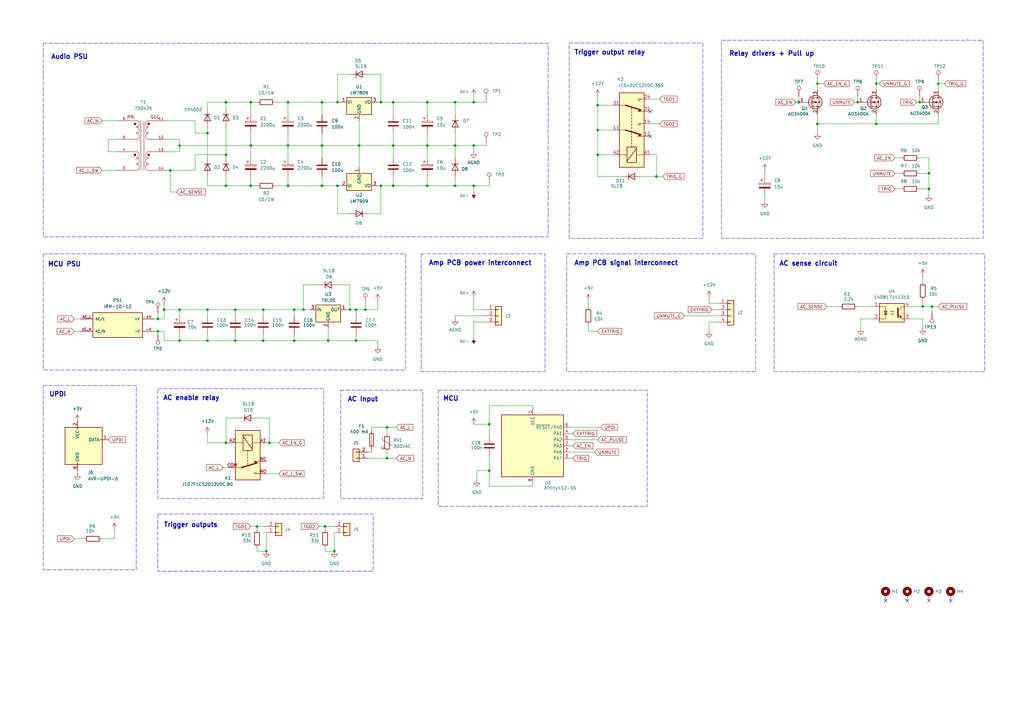
<source format=kicad_sch>
(kicad_sch (version 20231120) (generator "eeschema") (generator_version "8.0")
  (paper "A3")
  (title_block (title "PSU PCB") (date "2024-08-22") (rev "1"))
  (junction (at 143.51 127))
  (junction (at 105.41 215.9))
  (junction (at 67.31 127))
  (junction (at 138.43 76.2))
  (junction (at 132.08 41.91))
  (junction (at 102.87 76.2))
  (junction (at 269.24 72.39))
  (junction (at 175.26 41.91))
  (junction (at 382.27 125.73))
  (junction (at 138.43 41.91))
  (junction (at 73.66 59.69))
  (junction (at 359.41 34.29))
  (junction (at 107.95 139.7))
  (junction (at 92.71 181.61))
  (junction (at 96.52 127))
  (junction (at 85.09 54.61))
  (junction (at 124.46 127))
  (junction (at 107.95 127))
  (junction (at 194.31 76.2))
  (junction (at 158.75 187.96))
  (junction (at 92.71 76.2))
  (junction (at 64.77 130.81))
  (junction (at 92.71 41.91))
  (junction (at 64.77 135.89))
  (junction (at 359.41 50.8))
  (junction (at 92.71 63.5))
  (junction (at 194.31 41.91))
  (junction (at 384.81 34.29))
  (junction (at 161.29 76.2))
  (junction (at 335.28 50.8))
  (junction (at 132.08 76.2))
  (junction (at 118.11 76.2))
  (junction (at 146.05 127))
  (junction (at 175.26 76.2))
  (junction (at 109.22 226.06))
  (junction (at 73.66 139.7))
  (junction (at 186.69 76.2))
  (junction (at 335.28 34.29))
  (junction (at 120.65 139.7))
  (junction (at 194.31 59.69))
  (junction (at 147.32 59.69))
  (junction (at 118.11 41.91))
  (junction (at 186.69 41.91))
  (junction (at 85.09 139.7))
  (junction (at 110.49 181.61))
  (junction (at 102.87 41.91))
  (junction (at 245.11 63.5))
  (junction (at 73.66 127))
  (junction (at 161.29 59.69))
  (junction (at 351.79 41.91))
  (junction (at 69.85 69.85))
  (junction (at 381 71.12))
  (junction (at 102.87 59.69))
  (junction (at 161.29 41.91))
  (junction (at 133.35 215.9))
  (junction (at 134.62 139.7))
  (junction (at 120.65 127))
  (junction (at 200.66 193.04))
  (junction (at 158.75 175.26))
  (junction (at 156.21 76.2))
  (junction (at 381 77.47))
  (junction (at 137.16 226.06))
  (junction (at 132.08 59.69))
  (junction (at 96.52 139.7))
  (junction (at 245.11 53.34))
  (junction (at 118.11 59.69))
  (junction (at 146.05 139.7))
  (junction (at 186.69 59.69))
  (junction (at 175.26 59.69))
  (junction (at 200.66 173.99))
  (junction (at 378.46 125.73))
  (junction (at 327.66 41.91))
  (junction (at 245.11 43.18))
  (junction (at 156.21 41.91))
  (junction (at 149.86 127))
  (junction (at 85.09 127))
  (junction (at 377.19 41.91))
  (no_connect (at 266.7 55.88))
  (no_connect (at 372.11 246.38))
  (no_connect (at 266.7 45.72))
  (no_connect (at 389.89 246.38))
  (no_connect (at 363.22 246.38))
  (no_connect (at 381 246.38))
  (wire (pts (xy 118.11 59.69) (xy 118.11 64.77)))
  (wire (pts (xy 85.09 139.7) (xy 96.52 139.7)))
  (wire (pts (xy 68.58 49.53) (xy 80.01 49.53)))
  (wire (pts (xy 175.26 59.69) (xy 186.69 59.69)))
  (wire (pts (xy 102.87 41.91) (xy 102.87 46.99)))
  (wire (pts (xy 378.46 125.73) (xy 382.27 125.73)))
  (wire (pts (xy 382.27 125.73) (xy 384.81 125.73)))
  (wire (pts (xy 118.11 41.91) (xy 132.08 41.91)))
  (wire (pts (xy 30.48 135.89) (xy 33.02 135.89)))
  (wire (pts (xy 199.39 58.42) (xy 199.39 59.69)))
  (wire (pts (xy 73.66 59.69) (xy 102.87 59.69)))
  (wire (pts (xy 92.71 181.61) (xy 92.71 171.45)))
  (wire (pts (xy 194.31 59.69) (xy 194.31 62.23)))
  (wire (pts (xy 44.45 62.23) (xy 48.26 62.23)))
  (wire (pts (xy 107.95 127) (xy 107.95 129.54)))
  (wire (pts (xy 109.22 181.61) (xy 110.49 181.61)))
  (wire (pts (xy 80.01 69.85) (xy 80.01 63.5)))
  (wire (pts (xy 269.24 72.39) (xy 271.78 72.39)))
  (polyline (pts (xy 396.748 16.002) (xy 397.002 16.002)))
  (wire (pts (xy 118.11 54.61) (xy 118.11 59.69)))
  (wire (pts (xy 241.3 135.89) (xy 245.11 135.89)))
  (wire (pts (xy 120.65 139.7) (xy 120.65 137.16)))
  (wire (pts (xy 68.58 69.85) (xy 69.85 69.85)))
  (wire (pts (xy 200.66 76.2) (xy 194.31 76.2)))
  (wire (pts (xy 200.66 173.99) (xy 200.66 166.37)))
  (wire (pts (xy 102.87 76.2) (xy 105.41 76.2)))
  (wire (pts (xy 146.05 139.7) (xy 146.05 137.16)))
  (wire (pts (xy 48.26 57.15) (xy 44.45 57.15)))
  (wire (pts (xy 85.09 54.61) (xy 85.09 52.07)))
  (wire (pts (xy 44.45 57.15) (xy 44.45 62.23)))
  (wire (pts (xy 68.58 57.15) (xy 73.66 57.15)))
  (wire (pts (xy 134.62 139.7) (xy 120.65 139.7)))
  (wire (pts (xy 72.39 78.74) (xy 69.85 78.74)))
  (wire (pts (xy 109.22 226.06) (xy 105.41 226.06)))
  (wire (pts (xy 351.79 39.37) (xy 351.79 41.91)))
  (wire (pts (xy 158.75 185.42) (xy 158.75 187.96)))
  (wire (pts (xy 195.58 193.04) (xy 200.66 193.04)))
  (wire (pts (xy 132.08 41.91) (xy 132.08 46.99)))
  (wire (pts (xy 64.77 130.81) (xy 67.31 130.81)))
  (wire (pts (xy 80.01 49.53) (xy 80.01 54.61)))
  (wire (pts (xy 194.31 41.91) (xy 194.31 39.37)))
  (wire (pts (xy 335.28 50.8) (xy 359.41 50.8)))
  (wire (pts (xy 143.51 87.63) (xy 138.43 87.63)))
  (wire (pts (xy 85.09 137.16) (xy 85.09 139.7)))
  (wire (pts (xy 381 71.12) (xy 381 77.47)))
  (wire (pts (xy 175.26 41.91) (xy 175.26 46.99)))
  (wire (pts (xy 133.35 215.9) (xy 133.35 217.17)))
  (wire (pts (xy 132.08 59.69) (xy 132.08 64.77)))
  (wire (pts (xy 92.71 41.91) (xy 92.71 44.45)))
  (wire (pts (xy 245.11 39.37) (xy 245.11 43.18)))
  (wire (pts (xy 110.49 181.61) (xy 114.3 181.61)))
  (wire (pts (xy 92.71 76.2) (xy 102.87 76.2)))
  (wire (pts (xy 92.71 52.07) (xy 92.71 63.5)))
  (wire (pts (xy 96.52 139.7) (xy 107.95 139.7)))
  (wire (pts (xy 63.5 135.89) (xy 64.77 135.89)))
  (wire (pts (xy 194.31 173.99) (xy 200.66 173.99)))
  (wire (pts (xy 327.66 39.37) (xy 327.66 41.91)))
  (wire (pts (xy 130.81 215.9) (xy 133.35 215.9)))
  (wire (pts (xy 233.68 177.8) (xy 234.95 177.8)))
  (wire (pts (xy 105.41 215.9) (xy 105.41 217.17)))
  (wire (pts (xy 80.01 63.5) (xy 92.71 63.5)))
  (wire (pts (xy 381 64.77) (xy 381 71.12)))
  (wire (pts (xy 175.26 72.39) (xy 175.26 76.2)))
  (wire (pts (xy 241.3 123.19) (xy 241.3 125.73)))
  (wire (pts (xy 359.41 50.8) (xy 384.81 50.8)))
  (wire (pts (xy 378.46 130.81) (xy 378.46 134.62)))
  (wire (pts (xy 156.21 30.48) (xy 156.21 41.91)))
  (wire (pts (xy 350.52 41.91) (xy 351.79 41.91)))
  (wire (pts (xy 102.87 72.39) (xy 102.87 76.2)))
  (wire (pts (xy 233.68 182.88) (xy 234.95 182.88)))
  (wire (pts (xy 151.13 30.48) (xy 156.21 30.48)))
  (wire (pts (xy 120.65 127) (xy 124.46 127)))
  (wire (pts (xy 96.52 127) (xy 96.52 129.54)))
  (wire (pts (xy 194.31 76.2) (xy 194.31 78.74)))
  (wire (pts (xy 194.31 138.43) (xy 194.31 132.08)))
  (wire (pts (xy 73.66 127) (xy 85.09 127)))
  (wire (pts (xy 186.69 59.69) (xy 186.69 64.77)))
  (wire (pts (xy 41.91 49.53) (xy 48.26 49.53)))
  (wire (pts (xy 152.4 175.26) (xy 158.75 175.26)))
  (wire (pts (xy 194.31 132.08) (xy 199.39 132.08)))
  (wire (pts (xy 154.94 41.91) (xy 156.21 41.91)))
  (wire (pts (xy 73.66 137.16) (xy 73.66 139.7)))
  (wire (pts (xy 245.11 53.34) (xy 245.11 63.5)))
  (wire (pts (xy 156.21 76.2) (xy 161.29 76.2)))
  (wire (pts (xy 375.92 41.91) (xy 377.19 41.91)))
  (wire (pts (xy 85.09 54.61) (xy 85.09 64.77)))
  (wire (pts (xy 200.66 199.39) (xy 218.44 199.39)))
  (wire (pts (xy 64.77 135.89) (xy 64.77 137.16)))
  (wire (pts (xy 186.69 41.91) (xy 194.31 41.91)))
  (wire (pts (xy 109.22 194.31) (xy 114.3 194.31)))
  (wire (pts (xy 124.46 116.84) (xy 124.46 127)))
  (wire (pts (xy 133.35 226.06) (xy 133.35 224.79)))
  (wire (pts (xy 118.11 41.91) (xy 118.11 46.99)))
  (wire (pts (xy 262.89 72.39) (xy 269.24 72.39)))
  (wire (pts (xy 143.51 127) (xy 146.05 127)))
  (wire (pts (xy 335.28 34.29) (xy 337.82 34.29)))
  (wire (pts (xy 367.03 64.77) (xy 369.57 64.77)))
  (wire (pts (xy 292.1 127) (xy 294.64 127)))
  (wire (pts (xy 63.5 130.81) (xy 64.77 130.81)))
  (wire (pts (xy 158.75 175.26) (xy 162.56 175.26)))
  (wire (pts (xy 130.81 116.84) (xy 124.46 116.84)))
  (wire (pts (xy 151.13 187.96) (xy 158.75 187.96)))
  (wire (pts (xy 138.43 41.91) (xy 139.7 41.91)))
  (wire (pts (xy 186.69 76.2) (xy 194.31 76.2)))
  (wire (pts (xy 326.39 41.91) (xy 327.66 41.91)))
  (wire (pts (xy 158.75 187.96) (xy 162.56 187.96)))
  (wire (pts (xy 146.05 139.7) (xy 134.62 139.7)))
  (wire (pts (xy 245.11 43.18) (xy 251.46 43.18)))
  (wire (pts (xy 41.91 69.85) (xy 48.26 69.85)))
  (wire (pts (xy 186.69 129.54) (xy 199.39 129.54)))
  (wire (pts (xy 67.31 127) (xy 73.66 127)))
  (wire (pts (xy 359.41 46.99) (xy 359.41 50.8)))
  (wire (pts (xy 85.09 44.45) (xy 85.09 41.91)))
  (wire (pts (xy 359.41 34.29) (xy 360.68 34.29)))
  (wire (pts (xy 92.71 63.5) (xy 92.71 64.77)))
  (wire (pts (xy 154.94 139.7) (xy 154.94 142.24)))
  (wire (pts (xy 359.41 36.83) (xy 359.41 34.29)))
  (wire (pts (xy 245.11 63.5) (xy 251.46 63.5)))
  (wire (pts (xy 96.52 137.16) (xy 96.52 139.7)))
  (wire (pts (xy 67.31 139.7) (xy 73.66 139.7)))
  (wire (pts (xy 186.69 59.69) (xy 194.31 59.69)))
  (wire (pts (xy 200.66 74.93) (xy 200.66 76.2)))
  (wire (pts (xy 233.68 185.42) (xy 243.84 185.42)))
  (wire (pts (xy 41.91 220.98) (xy 46.99 220.98)))
  (wire (pts (xy 85.09 72.39) (xy 85.09 76.2)))
  (wire (pts (xy 93.98 181.61) (xy 92.71 181.61)))
  (wire (pts (xy 107.95 139.7) (xy 120.65 139.7)))
  (wire (pts (xy 335.28 50.8) (xy 335.28 54.61)))
  (wire (pts (xy 118.11 76.2) (xy 132.08 76.2)))
  (wire (pts (xy 175.26 54.61) (xy 175.26 59.69)))
  (wire (pts (xy 200.66 186.69) (xy 200.66 193.04)))
  (wire (pts (xy 102.87 215.9) (xy 105.41 215.9)))
  (wire (pts (xy 367.03 77.47) (xy 369.57 77.47)))
  (wire (pts (xy 378.46 113.03) (xy 378.46 115.57)))
  (wire (pts (xy 175.26 59.69) (xy 175.26 64.77)))
  (wire (pts (xy 200.66 193.04) (xy 200.66 199.39)))
  (wire (pts (xy 152.4 175.26) (xy 152.4 176.53)))
  (wire (pts (xy 132.08 76.2) (xy 138.43 76.2)))
  (wire (pts (xy 69.85 69.85) (xy 80.01 69.85)))
  (wire (pts (xy 109.22 218.44) (xy 109.22 226.06)))
  (wire (pts (xy 161.29 76.2) (xy 175.26 76.2)))
  (wire (pts (xy 382.27 125.73) (xy 382.27 128.27)))
  (wire (pts (xy 194.31 121.92) (xy 194.31 127)))
  (wire (pts (xy 335.28 33.02) (xy 335.28 34.29)))
  (wire (pts (xy 138.43 76.2) (xy 139.7 76.2)))
  (wire (pts (xy 110.49 171.45) (xy 105.41 171.45)))
  (wire (pts (xy 146.05 127) (xy 149.86 127)))
  (wire (pts (xy 186.69 72.39) (xy 186.69 76.2)))
  (wire (pts (xy 266.7 40.64) (xy 270.51 40.64)))
  (wire (pts (xy 290.83 121.92) (xy 290.83 124.46)))
  (wire (pts (xy 138.43 30.48) (xy 138.43 41.91)))
  (wire (pts (xy 138.43 116.84) (xy 143.51 116.84)))
  (wire (pts (xy 353.06 134.62) (xy 353.06 130.81)))
  (wire (pts (xy 241.3 133.35) (xy 241.3 135.89)))
  (wire (pts (xy 175.26 41.91) (xy 186.69 41.91)))
  (wire (pts (xy 124.46 127) (xy 127 127)))
  (wire (pts (xy 233.68 175.26) (xy 246.38 175.26)))
  (wire (pts (xy 280.67 129.54) (xy 294.64 129.54)))
  (wire (pts (xy 377.19 77.47) (xy 381 77.47)))
  (wire (pts (xy 351.79 125.73) (xy 358.14 125.73)))
  (wire (pts (xy 161.29 41.91) (xy 161.29 46.99)))
  (wire (pts (xy 67.31 127) (xy 67.31 124.46)))
  (wire (pts (xy 105.41 226.06) (xy 105.41 224.79)))
  (wire (pts (xy 245.11 63.5) (xy 245.11 72.39)))
  (wire (pts (xy 92.71 41.91) (xy 102.87 41.91)))
  (wire (pts (xy 384.81 33.02) (xy 384.81 34.29)))
  (wire (pts (xy 92.71 171.45) (xy 97.79 171.45)))
  (wire (pts (xy 67.31 135.89) (xy 67.31 139.7)))
  (wire (pts (xy 80.01 54.61) (xy 85.09 54.61)))
  (wire (pts (xy 378.46 125.73) (xy 378.46 123.19)))
  (wire (pts (xy 186.69 54.61) (xy 186.69 59.69)))
  (wire (pts (xy 151.13 87.63) (xy 156.21 87.63)))
  (wire (pts (xy 384.81 36.83) (xy 384.81 34.29)))
  (wire (pts (xy 373.38 130.81) (xy 378.46 130.81)))
  (wire (pts (xy 152.4 184.15) (xy 152.4 185.42)))
  (wire (pts (xy 154.94 127) (xy 154.94 123.19)))
  (wire (pts (xy 290.83 135.89) (xy 290.83 132.08)))
  (wire (pts (xy 113.03 41.91) (xy 118.11 41.91)))
  (wire (pts (xy 233.68 187.96) (xy 234.95 187.96)))
  (wire (pts (xy 133.35 215.9) (xy 137.16 215.9)))
  (wire (pts (xy 73.66 139.7) (xy 85.09 139.7)))
  (wire (pts (xy 85.09 41.91) (xy 92.71 41.91)))
  (wire (pts (xy 245.11 53.34) (xy 251.46 53.34)))
  (wire (pts (xy 67.31 130.81) (xy 67.31 127)))
  (wire (pts (xy 245.11 43.18) (xy 245.11 53.34)))
  (wire (pts (xy 269.24 72.39) (xy 269.24 63.5)))
  (wire (pts (xy 107.95 137.16) (xy 107.95 139.7)))
  (wire (pts (xy 73.66 127) (xy 73.66 129.54)))
  (wire (pts (xy 85.09 76.2) (xy 92.71 76.2)))
  (wire (pts (xy 218.44 166.37) (xy 218.44 167.64)))
  (wire (pts (xy 161.29 54.61) (xy 161.29 59.69)))
  (wire (pts (xy 186.69 41.91) (xy 186.69 46.99)))
  (wire (pts (xy 367.03 71.12) (xy 369.57 71.12)))
  (wire (pts (xy 120.65 127) (xy 120.65 129.54)))
  (wire (pts (xy 161.29 72.39) (xy 161.29 76.2)))
  (wire (pts (xy 384.81 34.29) (xy 387.35 34.29)))
  (wire (pts (xy 266.7 63.5) (xy 269.24 63.5)))
  (wire (pts (xy 313.69 69.85) (xy 313.69 72.39)))
  (wire (pts (xy 102.87 54.61) (xy 102.87 59.69)))
  (wire (pts (xy 377.19 71.12) (xy 381 71.12)))
  (wire (pts (xy 156.21 87.63) (xy 156.21 76.2)))
  (wire (pts (xy 143.51 30.48) (xy 138.43 30.48)))
  (wire (pts (xy 68.58 62.23) (xy 73.66 62.23)))
  (wire (pts (xy 92.71 76.2) (xy 92.71 72.39)))
  (wire (pts (xy 147.32 49.53) (xy 147.32 59.69)))
  (wire (pts (xy 146.05 139.7) (xy 154.94 139.7)))
  (wire (pts (xy 118.11 59.69) (xy 132.08 59.69)))
  (wire (pts (xy 149.86 124.46) (xy 149.86 127)))
  (wire (pts (xy 339.09 125.73) (xy 344.17 125.73)))
  (wire (pts (xy 134.62 139.7) (xy 134.62 134.62)))
  (wire (pts (xy 113.03 76.2) (xy 118.11 76.2)))
  (wire (pts (xy 161.29 59.69) (xy 175.26 59.69)))
  (wire (pts (xy 132.08 59.69) (xy 147.32 59.69)))
  (wire (pts (xy 200.66 166.37) (xy 218.44 166.37)))
  (wire (pts (xy 353.06 130.81) (xy 358.14 130.81)))
  (wire (pts (xy 107.95 127) (xy 120.65 127)))
  (wire (pts (xy 381 77.47) (xy 381 80.01)))
  (wire (pts (xy 137.16 226.06) (xy 133.35 226.06)))
  (wire (pts (xy 233.68 180.34) (xy 245.11 180.34)))
  (wire (pts (xy 142.24 127) (xy 143.51 127)))
  (wire (pts (xy 105.41 215.9) (xy 109.22 215.9)))
  (wire (pts (xy 30.48 130.81) (xy 33.02 130.81)))
  (wire (pts (xy 85.09 127) (xy 85.09 129.54)))
  (wire (pts (xy 335.28 36.83) (xy 335.28 34.29)))
  (wire (pts (xy 161.29 59.69) (xy 161.29 64.77)))
  (wire (pts (xy 245.11 72.39) (xy 255.27 72.39)))
  (wire (pts (xy 175.26 76.2) (xy 186.69 76.2)))
  (wire (pts (xy 69.85 78.74) (xy 69.85 69.85)))
  (wire (pts (xy 137.16 218.44) (xy 137.16 226.06)))
  (wire (pts (xy 200.66 179.07) (xy 200.66 173.99)))
  (wire (pts (xy 154.94 76.2) (xy 156.21 76.2)))
  (wire (pts (xy 132.08 72.39) (xy 132.08 76.2)))
  (wire (pts (xy 147.32 59.69) (xy 161.29 59.69)))
  (wire (pts (xy 266.7 50.8) (xy 270.51 50.8)))
  (wire (pts (xy 218.44 198.12) (xy 218.44 199.39)))
  (wire (pts (xy 96.52 127) (xy 107.95 127)))
  (wire (pts (xy 313.69 80.01) (xy 313.69 82.55)))
  (wire (pts (xy 132.08 41.91) (xy 138.43 41.91)))
  (wire (pts (xy 102.87 59.69) (xy 102.87 64.77)))
  (wire (pts (xy 186.69 130.81) (xy 186.69 129.54)))
  (wire (pts (xy 64.77 135.89) (xy 67.31 135.89)))
  (wire (pts (xy 194.31 127) (xy 199.39 127)))
  (wire (pts (xy 138.43 87.63) (xy 138.43 76.2)))
  (wire (pts (xy 156.21 41.91) (xy 161.29 41.91)))
  (wire (pts (xy 199.39 41.91) (xy 194.31 41.91)))
  (wire (pts (xy 91.44 191.77) (xy 93.98 191.77)))
  (wire (pts (xy 158.75 175.26) (xy 158.75 177.8)))
  (wire (pts (xy 146.05 127) (xy 146.05 129.54)))
  (wire (pts (xy 199.39 59.69) (xy 194.31 59.69)))
  (wire (pts (xy 64.77 128.27) (xy 64.77 130.81)))
  (wire (pts (xy 335.28 46.99) (xy 335.28 50.8)))
  (wire (pts (xy 73.66 57.15) (xy 73.66 59.69)))
  (wire (pts (xy 118.11 72.39) (xy 118.11 76.2)))
  (wire (pts (xy 85.09 181.61) (xy 85.09 177.8)))
  (wire (pts (xy 199.39 40.64) (xy 199.39 41.91)))
  (wire (pts (xy 149.86 127) (xy 154.94 127)))
  (wire (pts (xy 152.4 185.42) (xy 151.13 185.42)))
  (wire (pts (xy 373.38 125.73) (xy 378.46 125.73)))
  (wire (pts (xy 46.99 217.17) (xy 46.99 220.98)))
  (wire (pts (xy 290.83 124.46) (xy 294.64 124.46)))
  (wire (pts (xy 102.87 59.69) (xy 118.11 59.69)))
  (wire (pts (xy 73.66 59.69) (xy 73.66 62.23)))
  (wire (pts (xy 384.81 46.99) (xy 384.81 50.8)))
  (wire (pts (xy 31.75 193.04) (xy 31.75 194.31)))
  (wire (pts (xy 132.08 54.61) (xy 132.08 59.69)))
  (wire (pts (xy 30.48 220.98) (xy 34.29 220.98)))
  (wire (pts (xy 85.09 127) (xy 96.52 127)))
  (wire (pts (xy 85.09 181.61) (xy 92.71 181.61)))
  (wire (pts (xy 377.19 64.77) (xy 381 64.77)))
  (wire (pts (xy 359.41 33.02) (xy 359.41 34.29)))
  (wire (pts (xy 102.87 41.91) (xy 105.41 41.91)))
  (wire (pts (xy 290.83 132.08) (xy 294.64 132.08)))
  (wire (pts (xy 377.19 39.37) (xy 377.19 41.91)))
  (wire (pts (xy 143.51 116.84) (xy 143.51 127)))
  (wire (pts (xy 147.32 59.69) (xy 147.32 68.58)))
  (wire (pts (xy 195.58 196.85) (xy 195.58 193.04)))
  (wire (pts (xy 161.29 41.91) (xy 175.26 41.91)))
  (wire (pts (xy 110.49 181.61) (xy 110.49 171.45)))
  (rectangle (start 17.78 104.14) (end 166.37 151.765) (stroke (width 0) (type dash)))
  (rectangle (start 317.5 104.14) (end 403.86 152.4) (stroke (width 0) (type dash)))
  (rectangle (start 232.41 104.14) (end 309.88 152.4) (stroke (width 0) (type dash)))
  (rectangle (start 64.77 210.82) (end 153.035 234.315) (stroke (width 0) (type dash)))
  (rectangle (start 233.426 17.653) (end 288.29 97.79) (stroke (width 0) (type dash)))
  (rectangle (start 172.72 104.14) (end 223.52 152.4) (stroke (width 0) (type dash)))
  (rectangle (start 139.7 160.02) (end 173.355 204.47) (stroke (width 0) (type dash)))
  (rectangle (start 295.91 16.51) (end 403.225 97.79) (stroke (width 0) (type dash)))
  (rectangle (start 17.78 17.78) (end 224.79 97.155) (stroke (width 0) (type dash)))
  (rectangle (start 179.705 160.02) (end 265.43 207.645) (stroke (width 0) (type dash)))
  (rectangle (start 17.78 158.115) (end 55.88 233.68) (stroke (width 0) (type dash)))
  (rectangle (start 64.77 159.385) (end 132.715 204.47) (stroke (width 0) (type dash)))
  (text "Amp PCB signal interconnect" (at 235.458 107.95 0) (effects (font (size 1.905 1.905) (thickness 0.381) (bold yes)) (justify left)))
  (text "Trigger output relay" (at 235.458 21.59 0) (effects (font (size 1.905 1.905) (thickness 0.381) (bold yes)) (justify left)))
  (text "Amp PCB power interconnect" (at 175.768 107.95 0) (effects (font (size 1.905 1.905) (thickness 0.381) (bold yes)) (justify left)))
  (text "AC sense circuit" (at 319.532 108.204 0) (effects (font (size 1.905 1.905) (thickness 0.381) (bold yes)) (justify left)))
  (text "Relay drivers + Pull up" (at 298.958 22.098 0) (effects (font (size 1.905 1.905) (thickness 0.381) (bold yes)) (justify left)))
  (text "Audio PSU\n" (at 20.828 23.368 0) (effects (font (size 1.905 1.905) (thickness 0.381) (bold yes)) (justify left)))
  (text "Trigger outputs" (at 67.056 215.392 0) (effects (font (size 1.905 1.905) (thickness 0.381) (bold yes)) (justify left)))
  (text "MCU PSU" (at 19.558 108.458 0) (effects (font (size 1.905 1.905) (thickness 0.381) (bold yes)) (justify left)))
  (text "AC Input" (at 142.494 163.83 0) (effects (font (size 1.905 1.905) (thickness 0.381) (bold yes)) (justify left)))
  (text "AC enable relay" (at 66.802 163.322 0) (effects (font (size 1.905 1.905) (thickness 0.381) (bold yes)) (justify left)))
  (text "UPDI" (at 20.066 161.798 0) (effects (font (size 1.905 1.905) (thickness 0.381) (bold yes)) (justify left)))
  (text "MCU" (at 181.61 163.576 0) (effects (font (size 1.905 1.905) (thickness 0.381) (bold yes)) (justify left)))
  (global_label "AC_PULSE" (shape input) (at 245.11 180.34 0) (property "Intersheetrefs" "${INTERSHEET_REFS}" (effects (hide yes))))
  (global_label "TRIG" (shape input) (at 375.92 41.91 180) (property "Intersheetrefs" "${INTERSHEET_REFS}" (effects (hide yes))))
  (global_label "UNMUTE_G" (shape input) (at 280.67 129.54 180) (property "Intersheetrefs" "${INTERSHEET_REFS}" (effects (hide yes))))
  (global_label "AC_L_SW" (shape input) (at 41.91 69.85 180) (property "Intersheetrefs" "${INTERSHEET_REFS}" (effects (hide yes))))
  (global_label "AC_EN_G" (shape input) (at 337.82 34.29 0) (property "Intersheetrefs" "${INTERSHEET_REFS}" (effects (hide yes))))
  (global_label "AC_EN" (shape input) (at 367.03 64.77 180) (property "Intersheetrefs" "${INTERSHEET_REFS}" (effects (hide yes))))
  (global_label "AC_L" (shape input) (at 30.48 130.81 180) (property "Intersheetrefs" "${INTERSHEET_REFS}" (effects (hide yes))))
  (global_label "AC_EN" (shape input) (at 234.95 182.88 0) (property "Intersheetrefs" "${INTERSHEET_REFS}" (effects (hide yes))))
  (global_label "AC_L" (shape input) (at 162.56 175.26 0) (property "Intersheetrefs" "${INTERSHEET_REFS}" (effects (hide yes))))
  (global_label "UPDI" (shape input) (at 30.48 220.98 180) (property "Intersheetrefs" "${INTERSHEET_REFS}" (effects (hide yes))))
  (global_label "UNMUTE" (shape input) (at 243.84 185.42 0) (property "Intersheetrefs" "${INTERSHEET_REFS}" (effects (hide yes))))
  (global_label "AC_L" (shape input) (at 91.44 191.77 180) (property "Intersheetrefs" "${INTERSHEET_REFS}" (effects (hide yes))))
  (global_label "AC_EN_G" (shape input) (at 114.3 181.61 0) (property "Intersheetrefs" "${INTERSHEET_REFS}" (effects (hide yes))))
  (global_label "TGO2" (shape input) (at 270.51 50.8 0) (property "Intersheetrefs" "${INTERSHEET_REFS}" (effects (hide yes))))
  (global_label "AC_N" (shape input) (at 162.56 187.96 0) (property "Intersheetrefs" "${INTERSHEET_REFS}" (effects (hide yes))))
  (global_label "TRIG" (shape input) (at 367.03 77.47 180) (property "Intersheetrefs" "${INTERSHEET_REFS}" (effects (hide yes))))
  (global_label "AC_N" (shape input) (at 30.48 135.89 180) (property "Intersheetrefs" "${INTERSHEET_REFS}" (effects (hide yes))))
  (global_label "UNMUTE" (shape input) (at 350.52 41.91 180) (property "Intersheetrefs" "${INTERSHEET_REFS}" (effects (hide yes))))
  (global_label "TGO1" (shape input) (at 270.51 40.64 0) (property "Intersheetrefs" "${INTERSHEET_REFS}" (effects (hide yes))))
  (global_label "UPDI" (shape input) (at 246.38 175.26 0) (property "Intersheetrefs" "${INTERSHEET_REFS}" (effects (hide yes))))
  (global_label "UPDI" (shape input) (at 44.45 180.34 0) (property "Intersheetrefs" "${INTERSHEET_REFS}" (effects (hide yes))))
  (global_label "TGO2" (shape input) (at 130.81 215.9 180) (property "Intersheetrefs" "${INTERSHEET_REFS}" (effects (hide yes))))
  (global_label "TGO1" (shape input) (at 102.87 215.9 180) (property "Intersheetrefs" "${INTERSHEET_REFS}" (effects (hide yes))))
  (global_label "EXTTRIG" (shape input) (at 234.95 177.8 0) (property "Intersheetrefs" "${INTERSHEET_REFS}" (effects (hide yes))))
  (global_label "AC_SENSE" (shape input) (at 339.09 125.73 180) (property "Intersheetrefs" "${INTERSHEET_REFS}" (effects (hide yes))))
  (global_label "EXTTRIG" (shape input) (at 245.11 135.89 0) (property "Intersheetrefs" "${INTERSHEET_REFS}" (effects (hide yes))))
  (global_label "UNMUTE" (shape input) (at 367.03 71.12 180) (property "Intersheetrefs" "${INTERSHEET_REFS}" (effects (hide yes))))
  (global_label "EXTTRIG" (shape input) (at 292.1 127 180) (property "Intersheetrefs" "${INTERSHEET_REFS}" (effects (hide yes))))
  (global_label "UNMUTE_G" (shape input) (at 360.68 34.29 0) (property "Intersheetrefs" "${INTERSHEET_REFS}" (effects (hide yes))))
  (global_label "AC_L_SW" (shape input) (at 114.3 194.31 0) (property "Intersheetrefs" "${INTERSHEET_REFS}" (effects (hide yes))))
  (global_label "TRIG_G" (shape input) (at 387.35 34.29 0) (property "Intersheetrefs" "${INTERSHEET_REFS}" (effects (hide yes))))
  (global_label "AC_SENSE" (shape input) (at 72.39 78.74 0) (property "Intersheetrefs" "${INTERSHEET_REFS}" (effects (hide yes))))
  (global_label "TRIG_G" (shape input) (at 271.78 72.39 0) (property "Intersheetrefs" "${INTERSHEET_REFS}" (effects (hide yes))))
  (global_label "TRIG" (shape input) (at 234.95 187.96 0) (property "Intersheetrefs" "${INTERSHEET_REFS}" (effects (hide yes))))
  (global_label "AC_N" (shape input) (at 41.91 49.53 180) (property "Intersheetrefs" "${INTERSHEET_REFS}" (effects (hide yes))))
  (global_label "AC_PULSE" (shape input) (at 384.81 125.73 0) (property "Intersheetrefs" "${INTERSHEET_REFS}" (effects (hide yes))))
  (global_label "AC_EN" (shape input) (at 326.39 41.91 180) (property "Intersheetrefs" "${INTERSHEET_REFS}" (effects (hide yes))))
  (symbol (lib_id "Diode:1N4002") (at 85.09 68.58 270) (unit 1)
    (property "Reference" "D2" (at 87.63 68.5799 90) (effects (justify left)))
    (property "Value" "1N4002" (effects (hide yes)))
    (property "Footprint" "Diode_THT:D_DO-41_SOD81_P10.16mm_Horizontal" (effects (hide yes)))
    (property "Datasheet" "http://www.vishay.com/docs/88503/1n4001.pdf" (effects (hide yes)))
    (property "Description" "100V 1A General Purpose Rectifier Diode, DO-41" (effects (hide yes)))
    (property "Sim.Device" "D" (effects (hide yes)))
    (property "Sim.Pins" "1=K 2=A" (effects (hide yes)))
  )
  (symbol (lib_id "Device:R") (at 109.22 41.91 90) (unit 1)
    (property "Reference" "R1" (at 109.22 35.56 90))
    (property "Value" "10/1W" (at 109.22 38.1 90))
    (property "Footprint" "Resistor_THT:R_Axial_DIN0411_L9.9mm_D3.6mm_P12.70mm_Horizontal" (effects (hide yes)))
    (property "Description" "Resistor" (effects (hide yes)))
  )
  (symbol (lib_id "power:GND") (at 335.28 54.61 0) (unit 1)
    (property "Reference" "#PWR0110" (effects (hide yes)))
    (property "Value" "GND" (at 335.28 59.69 0))
    (property "Description" "Power symbol creates a global label with name \"GND\" , ground" (effects (hide yes)))
  )
  (symbol (lib_id "Device:D") (at 101.6 171.45 0) (mirror x) (unit 1)
    (property "Reference" "D10" (at 101.854 168.148 0))
    (property "Value" "SL1B" (at 101.854 165.608 0))
    (property "Footprint" "Diode_SMD:D_SOD-123" (effects (hide yes)))
    (property "Description" "Diode" (effects (hide yes)))
    (property "Sim.Device" "D" (effects (hide yes)))
    (property "Sim.Pins" "1=K 2=A" (effects (hide yes)))
  )
  (symbol (lib_id "Regulator_Linear:L78L05_SOT89") (at 134.62 127 0) (unit 1)
    (property "Reference" "U3" (at 134.62 120.65 0))
    (property "Value" "78L05" (at 134.62 123.19 0))
    (property "Footprint" "Package_TO_SOT_SMD:SOT-89-3" (effects (hide yes)))
    (property "Datasheet" "http://www.st.com/content/ccc/resource/technical/document/datasheet/15/55/e5/aa/23/5b/43/fd/CD00000446.pdf/files/CD00000446.pdf/jcr:content/translations/en.CD00000446.pdf" (effects (hide yes)))
    (property "Description" "Positive 100mA 30V Linear Regulator, Fixed Output 5V, SOT-89" (effects (hide yes)))
  )
  (symbol (lib_id "Connector:TestPoint") (at 382.27 128.27 180) (unit 1)
    (property "Reference" "TP13" (at 384.048 134.112 0) (effects (justify left)))
    (property "Value" "TestPoint" (effects (hide yes)))
    (property "Footprint" "TestPoint:TestPoint_Pad_D1.0mm" (effects (hide yes)))
    (property "Description" "test point" (effects (hide yes)))
  )
  (symbol (lib_id "Connector:TestPoint") (at 359.41 33.02 0) (unit 1)
    (property "Reference" "TP11" (at 357.632 27.178 0) (effects (justify left)))
    (property "Value" "TestPoint" (effects (hide yes)))
    (property "Footprint" "TestPoint:TestPoint_Pad_D1.0mm" (effects (hide yes)))
    (property "Description" "test point" (effects (hide yes)))
  )
  (symbol (lib_id "power:+15V") (at 194.31 39.37 0) (mirror y) (unit 1)
    (property "Reference" "#PWR0128" (effects (hide yes)))
    (property "Value" "AV+" (at 190.5 37.592 0))
    (property "Description" "Power symbol creates a global label with name \"+15V\"" (effects (hide yes)))
  )
  (symbol (lib_id "Transistor_FET:AO3400A") (at 356.87 41.91 0) (unit 1)
    (property "Reference" "Q2" (at 352.806 44.45 0) (effects (justify left)))
    (property "Value" "AO3400A" (at 347.726 46.736 0) (effects (justify left)))
    (property "Footprint" "Package_TO_SOT_SMD:SOT-23" (effects (hide yes)))
    (property "Datasheet" "http://www.aosmd.com/pdfs/datasheet/AO3400A.pdf" (effects (hide yes)))
    (property "Description" "30V Vds, 5.7A Id, N-Channel MOSFET, SOT-23" (effects (hide yes)))
  )
  (symbol (lib_id "Device:D") (at 134.62 116.84 0) (mirror x) (unit 1)
    (property "Reference" "D9" (at 134.874 113.538 0))
    (property "Value" "SL1B" (at 134.874 110.998 0))
    (property "Footprint" "Diode_SMD:D_SOD-123" (effects (hide yes)))
    (property "Description" "Diode" (effects (hide yes)))
    (property "Sim.Device" "D" (effects (hide yes)))
    (property "Sim.Pins" "1=K 2=A" (effects (hide yes)))
  )
  (symbol (lib_id "Device:C") (at 107.95 133.35 0) (unit 1)
    (property "Reference" "C15" (at 111.76 131.318 0) (effects (justify left)))
    (property "Value" "100n" (at 111.506 133.35 0) (effects (justify left)))
    (property "Footprint" "Capacitor_THT:C_Disc_D3.8mm_W2.6mm_P2.50mm" (effects (hide yes)))
    (property "Description" "Unpolarized capacitor" (effects (hide yes)))
  )
  (symbol (lib_id "power:+15V") (at 194.31 121.92 0) (mirror y) (unit 1)
    (property "Reference" "#PWR0105" (effects (hide yes)))
    (property "Value" "AV+" (at 190.5 120.142 0))
    (property "Description" "Power symbol creates a global label with name \"+15V\"" (effects (hide yes)))
  )
  (symbol (lib_id "Mechanical:MountingHole_Pad") (at 389.89 243.84 0) (unit 1) (exclude_from_sim yes) (in_bom no)
    (property "Reference" "H4" (at 392.43 242.5699 0) (effects (justify left)))
    (property "Value" "MountingHole_Pad" (effects (hide yes)))
    (property "Footprint" "MountingHole:MountingHole_3.2mm_M3_Pad_Via" (effects (hide yes)))
    (property "Description" "Mounting Hole with connection" (effects (hide yes)))
  )
  (symbol (lib_id "Connector_Generic:Conn_01x02") (at 114.3 218.44 0) (mirror x) (unit 1)
    (property "Reference" "J4" (at 116.84 217.1701 0) (effects (justify left)))
    (property "Value" "Conn_01x02" (effects (hide yes)))
    (property "Footprint" "Connector_JST:JST_PH_B2B-PH-K_1x02_P2.00mm_Vertical" (effects (hide yes)))
    (property "Description" "Generic connector, single row, 01x02, script generated (kicad-library-utils/schlib/autogen/connector/)" (effects (hide yes)))
  )
  (symbol (lib_id "Mechanical:MountingHole_Pad") (at 372.11 243.84 0) (unit 1) (exclude_from_sim yes) (in_bom no)
    (property "Reference" "H2" (at 374.65 242.5699 0) (effects (justify left)))
    (property "Value" "MountingHole_Pad" (effects (hide yes)))
    (property "Footprint" "MountingHole:MountingHole_3.2mm_M3_Pad_Via" (effects (hide yes)))
    (property "Description" "Mounting Hole with connection" (effects (hide yes)))
  )
  (symbol (lib_id "Connector_Generic:Conn_01x04") (at 299.72 127 0) (unit 1)
    (property "Reference" "J2" (at 302.26 128.2699 0) (effects (justify left)))
    (property "Value" "Conn_01x04" (effects (hide yes)))
    (property "Footprint" "Connector_JST:JST_PH_B4B-PH-K_1x04_P2.00mm_Vertical" (effects (hide yes)))
    (property "Description" "Generic connector, single row, 01x04, script generated (kicad-library-utils/schlib/autogen/connector/)" (effects (hide yes)))
  )
  (symbol (lib_id "Connector:TestPoint") (at 377.19 39.37 0) (unit 1)
    (property "Reference" "TP9" (at 375.412 33.528 0) (effects (justify left)))
    (property "Value" "TestPoint" (effects (hide yes)))
    (property "Footprint" "TestPoint:TestPoint_Pad_D1.0mm" (effects (hide yes)))
    (property "Description" "test point" (effects (hide yes)))
  )
  (symbol (lib_id "Connector:TestPoint") (at 200.66 74.93 0) (unit 1)
    (property "Reference" "TP3" (at 203.2 71.6279 0) (effects (justify left)))
    (property "Value" "TestPoint" (effects (hide yes)))
    (property "Footprint" "TestPoint:TestPoint_Pad_D2.0mm" (effects (hide yes)))
    (property "Description" "test point" (effects (hide yes)))
  )
  (symbol (lib_id "Device:C") (at 146.05 133.35 0) (unit 1)
    (property "Reference" "C17" (at 149.86 131.318 0) (effects (justify left)))
    (property "Value" "100n" (at 149.606 133.35 0) (effects (justify left)))
    (property "Footprint" "Capacitor_THT:C_Disc_D3.8mm_W2.6mm_P2.50mm" (effects (hide yes)))
    (property "Description" "Unpolarized capacitor" (effects (hide yes)))
  )
  (symbol (lib_id "power:GND") (at 381 80.01 0) (unit 1)
    (property "Reference" "#PWR0101" (effects (hide yes)))
    (property "Value" "GND" (at 381 85.09 0))
    (property "Description" "Power symbol creates a global label with name \"GND\" , ground" (effects (hide yes)))
  )
  (symbol (lib_id "Connector:TestPoint") (at 64.77 137.16 180) (unit 1)
    (property "Reference" "TP6" (at 66.548 143.002 0) (effects (justify left)))
    (property "Value" "TestPoint" (effects (hide yes)))
    (property "Footprint" "TestPoint:TestPoint_Pad_D2.0mm" (effects (hide yes)))
    (property "Description" "test point" (effects (hide yes)))
  )
  (symbol (lib_id "Device:C_Polarized") (at 102.87 68.58 0) (unit 1)
    (property "Reference" "C2" (at 106.68 66.4209 0) (effects (justify left)))
    (property "Value" "2200u" (at 106.68 68.9609 0) (effects (justify left)))
    (property "Footprint" "Capacitor_THT:CP_Radial_D16.0mm_P7.50mm" (effects (hide yes)))
    (property "Description" "Polarized capacitor" (effects (hide yes)))
  )
  (symbol (lib_id "Device:C_Polarized") (at 175.26 68.58 0) (unit 1)
    (property "Reference" "C6" (at 179.07 66.4209 0) (effects (justify left)))
    (property "Value" "10u" (at 179.07 68.9609 0) (effects (justify left)))
    (property "Footprint" "Capacitor_THT:CP_Radial_D5.0mm_P2.00mm" (effects (hide yes)))
    (property "Description" "Polarized capacitor" (effects (hide yes)))
  )
  (symbol (lib_id "Connector:TestPoint") (at 199.39 58.42 0) (unit 1)
    (property "Reference" "TP2" (at 201.93 55.1179 0) (effects (justify left)))
    (property "Value" "TestPoint" (effects (hide yes)))
    (property "Footprint" "TestPoint:TestPoint_Pad_D2.0mm" (effects (hide yes)))
    (property "Description" "test point" (effects (hide yes)))
  )
  (symbol (lib_id "Diode:1N4002") (at 92.71 68.58 270) (unit 1)
    (property "Reference" "D4" (at 95.25 68.5799 90) (effects (justify left)))
    (property "Value" "1N4002" (effects (hide yes)))
    (property "Footprint" "Diode_THT:D_DO-41_SOD81_P10.16mm_Horizontal" (effects (hide yes)))
    (property "Datasheet" "http://www.vishay.com/docs/88503/1n4001.pdf" (effects (hide yes)))
    (property "Description" "100V 1A General Purpose Rectifier Diode, DO-41" (effects (hide yes)))
    (property "Sim.Device" "D" (effects (hide yes)))
    (property "Sim.Pins" "1=K 2=A" (effects (hide yes)))
  )
  (symbol (lib_id "power:+12V") (at 31.75 172.72 0) (unit 1)
    (property "Reference" "#PWR0124" (effects (hide yes)))
    (property "Value" "+5V" (at 31.75 167.64 0))
    (property "Description" "Power symbol creates a global label with name \"+12V\"" (effects (hide yes)))
  )
  (symbol (lib_id "Device:D") (at 259.08 72.39 0) (unit 1)
    (property "Reference" "D11" (at 254.508 74.168 0))
    (property "Value" "SL1B" (at 252.984 76.2 0))
    (property "Footprint" "Diode_SMD:D_SOD-123" (effects (hide yes)))
    (property "Description" "Diode" (effects (hide yes)))
    (property "Sim.Device" "D" (effects (hide yes)))
    (property "Sim.Pins" "1=K 2=A" (effects (hide yes)))
  )
  (symbol (lib_id "gain_box:IRM-10-12") (at 48.26 133.35 0) (unit 1)
    (property "Reference" "PS1" (at 48.26 123.19 0))
    (property "Value" "IRM-10-12" (at 48.26 125.73 0))
    (property "Footprint" "project_lib:CONV_IRM-10-12" (effects (hide yes)))
    (property "MF" "MEAN WELL" (effects (hide yes)))
    (property "MAXIMUM_PACKAGE_HEIGHT" "21.5 mm" (effects (hide yes)))
    (property "Package" "None" (effects (hide yes)))
    (property "Price" "None" (effects (hide yes)))
    (property "Check_prices" "https://www.snapeda.com/parts/IRM-10-12/Mean+Well/view-part/?ref=eda" (effects (hide yes)))
    (property "STANDARD" "IPC 7351B" (effects (hide yes)))
    (property "PARTREV" "2022-04-25" (effects (hide yes)))
    (property "SnapEDA_Link" "https://www.snapeda.com/parts/IRM-10-12/Mean+Well/view-part/?ref=snap" (effects (hide yes)))
    (property "MP" "IRM-10-12" (effects (hide yes)))
    (property "Purchase-URL" "https://www.snapeda.com/api/url_track_click_mouser/?unipart_id=6837137&manufacturer=MEAN WELL&part_name=IRM-10-12&search_term=None" (effects (hide yes)))
    (property "Description_1" "\nPower Supply,AC-DC,12V,0.85A,100-264V In,Encapsulated,Thru-Hole,IRM Series | MEAN WELL IRM-10-12\n" (effects (hide yes)))
    (property "MANUFACTURER" "MEAN WELL USA" (effects (hide yes)))
    (property "Availability" "In Stock" (effects (hide yes)))
    (property "SNAPEDA_PN" "IRM-10-12" (effects (hide yes)))
  )
  (symbol (lib_id "power:GND") (at 194.31 62.23 0) (mirror y) (unit 1)
    (property "Reference" "#PWR0127" (effects (hide yes)))
    (property "Value" "AGND" (at 194.31 66.675 0))
    (property "Description" "Power symbol creates a global label with name \"GND\" , ground" (effects (hide yes)))
  )
  (symbol (lib_id "power:GND") (at 313.69 82.55 0) (unit 1)
    (property "Reference" "#PWR0108" (effects (hide yes)))
    (property "Value" "GND" (at 313.69 87.63 0))
    (property "Description" "Power symbol creates a global label with name \"GND\" , ground" (effects (hide yes)))
  )
  (symbol (lib_id "Device:C_Polarized") (at 118.11 68.58 0) (unit 1)
    (property "Reference" "C4" (at 121.92 66.4209 0) (effects (justify left)))
    (property "Value" "2200u" (at 121.92 68.9609 0) (effects (justify left)))
    (property "Footprint" "Capacitor_THT:CP_Radial_D16.0mm_P7.50mm" (effects (hide yes)))
    (property "Description" "Polarized capacitor" (effects (hide yes)))
  )
  (symbol (lib_id "Diode:1N4002") (at 186.69 50.8 270) (unit 1)
    (property "Reference" "D7" (at 189.738 49.53 90) (effects (justify left)))
    (property "Value" "SL1B" (effects (hide yes)))
    (property "Footprint" "Diode_SMD:D_SOD-123" (effects (hide yes)))
    (property "Datasheet" "http://www.vishay.com/docs/88503/1n4001.pdf" (effects (hide yes)))
    (property "Description" "100V 1A General Purpose Rectifier Diode, DO-41" (effects (hide yes)))
    (property "Sim.Device" "D" (effects (hide yes)))
    (property "Sim.Pins" "1=K 2=A" (effects (hide yes)))
  )
  (symbol (lib_id "power:+12V") (at 46.99 217.17 0) (unit 1)
    (property "Reference" "#PWR0125" (effects (hide yes)))
    (property "Value" "+5V" (at 46.99 212.09 0))
    (property "Description" "Power symbol creates a global label with name \"+12V\"" (effects (hide yes)))
  )
  (symbol (lib_id "Device:R") (at 109.22 76.2 90) (unit 1)
    (property "Reference" "R2" (at 109.22 79.248 90))
    (property "Value" "10/1W" (at 109.22 81.788 90))
    (property "Footprint" "Resistor_THT:R_Axial_DIN0411_L9.9mm_D3.6mm_P12.70mm_Horizontal" (effects (hide yes)))
    (property "Description" "Resistor" (effects (hide yes)))
  )
  (symbol (lib_id "power:GND") (at 378.46 134.62 0) (unit 1)
    (property "Reference" "#PWR0102" (effects (hide yes)))
    (property "Value" "GND" (at 378.46 139.7 0))
    (property "Description" "Power symbol creates a global label with name \"GND\" , ground" (effects (hide yes)))
  )
  (symbol (lib_id "power:+12V") (at 194.31 173.99 0) (unit 1)
    (property "Reference" "#PWR0115" (effects (hide yes)))
    (property "Value" "+5V" (at 194.31 168.91 0))
    (property "Description" "Power symbol creates a global label with name \"+12V\"" (effects (hide yes)))
  )
  (symbol (lib_id "Relay:FINDER-30.22") (at 259.08 53.34 270) (mirror x) (unit 1)
    (property "Reference" "K2" (at 254.508 32.512 90))
    (property "Value" "J104D2C12VDC.36S" (at 262.89 35.052 90))
    (property "Footprint" "Relay_THT:Relay_DPDT_Finder_30.22" (effects (hide yes)))
    (property "Datasheet" "http://gfinder.findernet.com/assets/Series/354/S30EN.pdf" (effects (hide yes)))
    (property "Description" "FINDER 30.52, Dual Pole Relay, Subminiature 5mm Pitch, 2A" (effects (hide yes)))
  )
  (symbol (lib_id "Connector:TestPoint") (at 351.79 39.37 0) (unit 1)
    (property "Reference" "TP8" (at 350.012 33.528 0) (effects (justify left)))
    (property "Value" "TestPoint" (effects (hide yes)))
    (property "Footprint" "TestPoint:TestPoint_Pad_D1.0mm" (effects (hide yes)))
    (property "Description" "test point" (effects (hide yes)))
  )
  (symbol (lib_id "Connector:TestPoint") (at 384.81 33.02 0) (unit 1)
    (property "Reference" "TP12" (at 383.032 27.178 0) (effects (justify left)))
    (property "Value" "TestPoint" (effects (hide yes)))
    (property "Footprint" "TestPoint:TestPoint_Pad_D1.0mm" (effects (hide yes)))
    (property "Description" "test point" (effects (hide yes)))
  )
  (symbol (lib_id "power:GND") (at 195.58 196.85 0) (unit 1)
    (property "Reference" "#PWR0117" (effects (hide yes)))
    (property "Value" "GND" (at 195.58 201.93 0))
    (property "Description" "Power symbol creates a global label with name \"GND\" , ground" (effects (hide yes)))
  )
  (symbol (lib_id "Mechanical:MountingHole_Pad") (at 381 243.84 0) (unit 1) (exclude_from_sim yes) (in_bom no)
    (property "Reference" "H3" (at 383.54 242.5699 0) (effects (justify left)))
    (property "Value" "MountingHole_Pad" (effects (hide yes)))
    (property "Footprint" "MountingHole:MountingHole_3.2mm_M3_Pad_Via" (effects (hide yes)))
    (property "Description" "Mounting Hole with connection" (effects (hide yes)))
  )
  (symbol (lib_id "Device:C") (at 96.52 133.35 0) (unit 1)
    (property "Reference" "C14" (at 100.33 131.318 0) (effects (justify left)))
    (property "Value" "100n" (at 100.076 133.35 0) (effects (justify left)))
    (property "Footprint" "Capacitor_THT:C_Disc_D3.8mm_W2.6mm_P2.50mm" (effects (hide yes)))
    (property "Description" "Unpolarized capacitor" (effects (hide yes)))
  )
  (symbol (lib_id "Device:R") (at 38.1 220.98 270) (mirror x) (unit 1)
    (property "Reference" "R9" (at 39.116 215.9 90) (effects (justify right)))
    (property "Value" "10k" (at 38.862 217.678 90) (effects (justify right)))
    (property "Footprint" "Resistor_SMD:R_0805_2012Metric_Pad1.20x1.40mm_HandSolder" (effects (hide yes)))
    (property "Description" "Resistor" (effects (hide yes)))
  )
  (symbol (lib_id "Device:C") (at 200.66 182.88 0) (unit 1)
    (property "Reference" "C18" (at 193.294 181.61 0) (effects (justify left)))
    (property "Value" "100n" (at 193.04 183.642 0) (effects (justify left)))
    (property "Footprint" "Capacitor_THT:C_Disc_D3.8mm_W2.6mm_P2.50mm" (effects (hide yes)))
    (property "Description" "Unpolarized capacitor" (effects (hide yes)))
  )
  (symbol (lib_id "Connector:TestPoint") (at 335.28 33.02 0) (unit 1)
    (property "Reference" "TP10" (at 333.502 27.178 0) (effects (justify left)))
    (property "Value" "TestPoint" (effects (hide yes)))
    (property "Footprint" "TestPoint:TestPoint_Pad_D1.0mm" (effects (hide yes)))
    (property "Description" "test point" (effects (hide yes)))
  )
  (symbol (lib_id "Device:R") (at 241.3 129.54 0) (mirror x) (unit 1)
    (property "Reference" "R4" (at 247.142 128.524 0) (effects (justify right)))
    (property "Value" "10k" (at 247.396 130.81 0) (effects (justify right)))
    (property "Footprint" "Resistor_SMD:R_0805_2012Metric_Pad1.20x1.40mm_HandSolder" (effects (hide yes)))
    (property "Description" "Resistor" (effects (hide yes)))
  )
  (symbol (lib_id "Device:C") (at 85.09 133.35 0) (unit 1)
    (property "Reference" "C13" (at 88.9 131.318 0) (effects (justify left)))
    (property "Value" "100n" (at 88.646 133.35 0) (effects (justify left)))
    (property "Footprint" "Capacitor_THT:C_Disc_D3.8mm_W2.6mm_P2.50mm" (effects (hide yes)))
    (property "Description" "Unpolarized capacitor" (effects (hide yes)))
  )
  (symbol (lib_id "Regulator_Linear:LM7909_TO220") (at 147.32 76.2 0) (unit 1)
    (property "Reference" "U2" (at 147.32 80.01 0))
    (property "Value" "LM7909" (at 147.32 82.55 0))
    (property "Footprint" "Package_TO_SOT_THT:TO-220-3_Vertical" (effects (hide yes)))
    (property "Datasheet" "https://www.onsemi.com/pub/Collateral/MC7900-D.PDF" (effects (hide yes)))
    (property "Description" "Negative 1A 35V Linear Regulator, Fixed Output 9V, TO-220" (effects (hide yes)))
  )
  (symbol (lib_id "Device:R") (at 373.38 64.77 90) (mirror x) (unit 1)
    (property "Reference" "R6" (at 369.316 61.722 90) (effects (justify right)))
    (property "Value" "10k" (at 373.888 61.722 90) (effects (justify right)))
    (property "Footprint" "Resistor_SMD:R_0805_2012Metric_Pad1.20x1.40mm_HandSolder" (effects (hide yes)))
    (property "Description" "Resistor" (effects (hide yes)))
  )
  (symbol (lib_id "Connector:TestPoint") (at 149.86 124.46 0) (unit 1)
    (property "Reference" "TP5" (at 148.082 118.618 0) (effects (justify left)))
    (property "Value" "TestPoint" (effects (hide yes)))
    (property "Footprint" "TestPoint:TestPoint_Pad_D2.0mm" (effects (hide yes)))
    (property "Description" "test point" (effects (hide yes)))
  )
  (symbol (lib_id "Diode:1N4002") (at 92.71 48.26 270) (unit 1)
    (property "Reference" "D3" (at 95.25 48.2599 90) (effects (justify left)))
    (property "Value" "1N4002" (effects (hide yes)))
    (property "Footprint" "Diode_THT:D_DO-41_SOD81_P10.16mm_Horizontal" (effects (hide yes)))
    (property "Datasheet" "http://www.vishay.com/docs/88503/1n4001.pdf" (effects (hide yes)))
    (property "Description" "100V 1A General Purpose Rectifier Diode, DO-41" (effects (hide yes)))
    (property "Sim.Device" "D" (effects (hide yes)))
    (property "Sim.Pins" "1=K 2=A" (effects (hide yes)))
  )
  (symbol (lib_id "power:+12V") (at 67.31 124.46 0) (unit 1)
    (property "Reference" "#PWR0121" (effects (hide yes)))
    (property "Value" "+12V" (at 67.31 119.38 0))
    (property "Description" "Power symbol creates a global label with name \"+12V\"" (effects (hide yes)))
  )
  (symbol (lib_id "Connector_Generic:Conn_01x03") (at 204.47 129.54 0) (unit 1)
    (property "Reference" "J3" (at 207.01 129.5399 0) (effects (justify left)))
    (property "Value" "Conn_01x03" (effects (hide yes)))
    (property "Footprint" "Connector_JST:JST_VH_B3P-VH-B_1x03_P3.96mm_Vertical" (effects (hide yes)))
    (property "Description" "Generic connector, single row, 01x03, script generated (kicad-library-utils/schlib/autogen/connector/)" (effects (hide yes)))
  )
  (symbol (lib_id "Connector:TestPoint") (at 199.39 40.64 0) (unit 1)
    (property "Reference" "TP1" (at 201.93 37.3379 0) (effects (justify left)))
    (property "Value" "TestPoint" (effects (hide yes)))
    (property "Footprint" "TestPoint:TestPoint_Pad_D2.0mm" (effects (hide yes)))
    (property "Description" "test point" (effects (hide yes)))
  )
  (symbol (lib_id "Device:C") (at 132.08 68.58 0) (unit 1)
    (property "Reference" "C10" (at 135.89 67.3099 0) (effects (justify left)))
    (property "Value" "100n" (at 135.89 69.8499 0) (effects (justify left)))
    (property "Footprint" "Capacitor_THT:C_Disc_D3.8mm_W2.6mm_P2.50mm" (effects (hide yes)))
    (property "Description" "Unpolarized capacitor" (effects (hide yes)))
  )
  (symbol (lib_id "Device:C") (at 161.29 68.58 0) (unit 1)
    (property "Reference" "C12" (at 165.1 67.3099 0) (effects (justify left)))
    (property "Value" "100n" (at 165.1 69.8499 0) (effects (justify left)))
    (property "Footprint" "Capacitor_THT:C_Disc_D3.8mm_W2.6mm_P2.50mm" (effects (hide yes)))
    (property "Description" "Unpolarized capacitor" (effects (hide yes)))
  )
  (symbol (lib_id "Device:C_Polarized") (at 73.66 133.35 0) (unit 1)
    (property "Reference" "C7" (at 76.708 132.08 0) (effects (justify left)))
    (property "Value" "10u" (at 76.962 134.112 0) (effects (justify left)))
    (property "Footprint" "Capacitor_THT:CP_Radial_D5.0mm_P2.00mm" (effects (hide yes)))
    (property "Description" "Polarized capacitor" (effects (hide yes)))
  )
  (symbol (lib_id "Device:C") (at 132.08 50.8 0) (unit 1)
    (property "Reference" "C9" (at 135.89 49.5299 0) (effects (justify left)))
    (property "Value" "100n" (at 135.89 52.0699 0) (effects (justify left)))
    (property "Footprint" "Capacitor_THT:C_Disc_D3.8mm_W2.6mm_P2.50mm" (effects (hide yes)))
    (property "Description" "Unpolarized capacitor" (effects (hide yes)))
  )
  (symbol (lib_id "Mechanical:MountingHole_Pad") (at 363.22 243.84 0) (unit 1) (exclude_from_sim yes) (in_bom no)
    (property "Reference" "H1" (at 365.76 242.5699 0) (effects (justify left)))
    (property "Value" "MountingHole_Pad" (effects (hide yes)))
    (property "Footprint" "MountingHole:MountingHole_3.2mm_M3_Pad_Via" (effects (hide yes)))
    (property "Description" "Mounting Hole with connection" (effects (hide yes)))
  )
  (symbol (lib_id "Device:R") (at 378.46 119.38 0) (mirror x) (unit 1)
    (property "Reference" "R5" (at 384.302 118.364 0) (effects (justify right)))
    (property "Value" "10k" (at 384.556 120.65 0) (effects (justify right)))
    (property "Footprint" "Resistor_SMD:R_0805_2012Metric_Pad1.20x1.40mm_HandSolder" (effects (hide yes)))
    (property "Description" "Resistor" (effects (hide yes)))
  )
  (symbol (lib_id "power:+12V") (at 290.83 121.92 0) (unit 1)
    (property "Reference" "#PWR0113" (effects (hide yes)))
    (property "Value" "+12V" (at 290.83 116.84 0))
    (property "Description" "Power symbol creates a global label with name \"+12V\"" (effects (hide yes)))
  )
  (symbol (lib_id "power:GND") (at 290.83 135.89 0) (unit 1)
    (property "Reference" "#PWR0114" (effects (hide yes)))
    (property "Value" "GND" (at 290.83 140.97 0))
    (property "Description" "Power symbol creates a global label with name \"GND\" , ground" (effects (hide yes)))
  )
  (symbol (lib_id "power:GND") (at 31.75 194.31 0) (unit 1)
    (property "Reference" "#PWR0126" (effects (hide yes)))
    (property "Value" "GND" (at 31.75 199.39 0))
    (property "Description" "Power symbol creates a global label with name \"GND\" , ground" (effects (hide yes)))
  )
  (symbol (lib_id "Device:C_Polarized") (at 102.87 50.8 0) (unit 1)
    (property "Reference" "C1" (at 106.68 48.6409 0) (effects (justify left)))
    (property "Value" "2200u" (at 106.68 51.1809 0) (effects (justify left)))
    (property "Footprint" "Capacitor_THT:CP_Radial_D16.0mm_P7.50mm" (effects (hide yes)))
    (property "Description" "Polarized capacitor" (effects (hide yes)))
  )
  (symbol (lib_id "power:+12V") (at 313.69 69.85 0) (mirror y) (unit 1)
    (property "Reference" "#PWR0109" (effects (hide yes)))
    (property "Value" "+12V" (at 313.69 64.77 0))
    (property "Description" "Power symbol creates a global label with name \"+12V\"" (effects (hide yes)))
  )
  (symbol (lib_id "Transistor_FET:AO3400A") (at 332.74 41.91 0) (unit 1)
    (property "Reference" "Q1" (at 328.676 44.45 0) (effects (justify left)))
    (property "Value" "AO3400A" (at 323.088 46.736 0) (effects (justify left)))
    (property "Footprint" "Package_TO_SOT_SMD:SOT-23" (effects (hide yes)))
    (property "Datasheet" "http://www.aosmd.com/pdfs/datasheet/AO3400A.pdf" (effects (hide yes)))
    (property "Description" "30V Vds, 5.7A Id, N-Channel MOSFET, SOT-23" (effects (hide yes)))
  )
  (symbol (lib_id "Device:R") (at 373.38 77.47 90) (mirror x) (unit 1)
    (property "Reference" "R8" (at 369.316 74.422 90) (effects (justify right)))
    (property "Value" "10k" (at 373.888 74.422 90) (effects (justify right)))
    (property "Footprint" "Resistor_SMD:R_0805_2012Metric_Pad1.20x1.40mm_HandSolder" (effects (hide yes)))
    (property "Description" "Resistor" (effects (hide yes)))
  )
  (symbol (lib_id "Device:C_Polarized") (at 118.11 50.8 0) (unit 1)
    (property "Reference" "C3" (at 121.92 48.6409 0) (effects (justify left)))
    (property "Value" "2200u" (at 121.92 51.1809 0) (effects (justify left)))
    (property "Footprint" "Capacitor_THT:CP_Radial_D16.0mm_P7.50mm" (effects (hide yes)))
    (property "Description" "Polarized capacitor" (effects (hide yes)))
  )
  (symbol (lib_id "Device:C") (at 161.29 50.8 0) (unit 1)
    (property "Reference" "C11" (at 165.1 49.5299 0) (effects (justify left)))
    (property "Value" "100n" (at 165.1 52.0699 0) (effects (justify left)))
    (property "Footprint" "Capacitor_THT:C_Disc_D3.8mm_W2.6mm_P2.50mm" (effects (hide yes)))
    (property "Description" "Unpolarized capacitor" (effects (hide yes)))
  )
  (symbol (lib_id "Diode:1N4002") (at 186.69 68.58 270) (unit 1)
    (property "Reference" "D8" (at 189.23 69.342 90) (effects (justify left)))
    (property "Value" "SL1B" (effects (hide yes)))
    (property "Footprint" "Diode_SMD:D_SOD-123" (effects (hide yes)))
    (property "Datasheet" "http://www.vishay.com/docs/88503/1n4001.pdf" (effects (hide yes)))
    (property "Description" "100V 1A General Purpose Rectifier Diode, DO-41" (effects (hide yes)))
    (property "Sim.Device" "D" (effects (hide yes)))
    (property "Sim.Pins" "1=K 2=A" (effects (hide yes)))
  )
  (symbol (lib_id "power:GND") (at 154.94 142.24 0) (unit 1)
    (property "Reference" "#PWR0120" (effects (hide yes)))
    (property "Value" "GND" (at 154.94 147.32 0))
    (property "Description" "Power symbol creates a global label with name \"GND\" , ground" (effects (hide yes)))
  )
  (symbol (lib_id "Connector:AVR-UPDI-6") (at 34.29 182.88 0) (unit 1)
    (property "Reference" "J6" (at 38.354 193.802 0) (effects (justify right)))
    (property "Value" "AVR-UPDI-6" (at 48.514 196.342 0) (effects (justify right)))
    (property "Footprint" "Connector_PinHeader_2.54mm:PinHeader_2x03_P2.54mm_Vertical" (effects (hide yes)))
    (property "Datasheet" "https://www.microchip.com/webdoc/GUID-9D10622A-5C16-4405-B092-1BDD437B4976/index.html?GUID-9B349315-2842-4189-B88C-49F4E1055D7F" (effects (hide yes)))
    (property "Description" "Atmel 6-pin UPDI connector" (effects (hide yes)))
  )
  (symbol (lib_id "Device:Fuse") (at 152.4 180.34 180) (unit 1)
    (property "Reference" "F1" (at 147.066 174.752 0) (effects (justify right)))
    (property "Value" "400 mA" (at 143.51 177.038 0) (effects (justify right)))
    (property "Footprint" "Fuse:Fuseholder_Clip-5x20mm_Bel_FC-203-22_Lateral_P17.80x5.00mm_D1.17mm_Horizontal" (effects (hide yes)))
    (property "Description" "Fuse" (effects (hide yes)))
  )
  (symbol (lib_id "Diode:1N4002") (at 147.32 87.63 180) (unit 1)
    (property "Reference" "D6" (at 148.59 91.44 0) (effects (justify left)))
    (property "Value" "SL1B" (effects (hide yes)))
    (property "Footprint" "Diode_SMD:D_SOD-123" (effects (hide yes)))
    (property "Datasheet" "http://www.vishay.com/docs/88503/1n4001.pdf" (effects (hide yes)))
    (property "Description" "100V 1A General Purpose Rectifier Diode, DO-41" (effects (hide yes)))
    (property "Sim.Device" "D" (effects (hide yes)))
    (property "Sim.Pins" "1=K 2=A" (effects (hide yes)))
  )
  (symbol (lib_id "Isolator:PC817") (at 365.76 128.27 0) (unit 1)
    (property "Reference" "U4" (at 365.76 119.38 0))
    (property "Value" "140817141310" (at 365.76 121.92 0))
    (property "Footprint" "Package_DIP:DIP-4_W7.62mm" (effects (hide yes)))
    (property "Datasheet" "https://www.we-online.com/components/products/datasheet/140817140110.pdf" (effects (hide yes)))
    (property "Description" "DC Optocoupler, Vce 35V, CTR 200-400%, DIP-4" (effects (hide yes)))
  )
  (symbol (lib_id "Device:C_Polarized") (at 313.69 76.2 0) (unit 1)
    (property "Reference" "C8" (at 317.5 74.0409 0) (effects (justify left)))
    (property "Value" "10u" (at 317.5 76.5809 0) (effects (justify left)))
    (property "Footprint" "Capacitor_THT:CP_Radial_D5.0mm_P2.00mm" (effects (hide yes)))
    (property "Description" "Polarized capacitor" (effects (hide yes)))
  )
  (symbol (lib_id "Device:R") (at 373.38 71.12 90) (mirror x) (unit 1)
    (property "Reference" "R7" (at 369.316 68.072 90) (effects (justify right)))
    (property "Value" "10k" (at 373.888 68.072 90) (effects (justify right)))
    (property "Footprint" "Resistor_SMD:R_0805_2012Metric_Pad1.20x1.40mm_HandSolder" (effects (hide yes)))
    (property "Description" "Resistor" (effects (hide yes)))
  )
  (symbol (lib_id "Device:C_Polarized") (at 175.26 50.8 0) (unit 1)
    (property "Reference" "C5" (at 179.07 48.6409 0) (effects (justify left)))
    (property "Value" "10u" (at 179.07 51.1809 0) (effects (justify left)))
    (property "Footprint" "Capacitor_THT:CP_Radial_D5.0mm_P2.00mm" (effects (hide yes)))
    (property "Description" "Polarized capacitor" (effects (hide yes)))
  )
  (symbol (lib_id "project_lib:RELAY_SRD-C") (at 101.6 186.69 270) (unit 1)
    (property "Reference" "K1" (at 93.472 196.088 90))
    (property "Value" "J107F1CS2012VDC.80" (at 85.09 198.628 90))
    (property "Footprint" "project_lib:RELAY_SRD-C" (effects (hide yes)))
    (property "Description" "Relay SPDT, monostable, EN50005" (effects (hide yes)))
  )
  (symbol (lib_id "power:GND") (at 137.16 226.06 0) (unit 1)
    (property "Reference" "#PWR0118" (effects (hide yes)))
    (property "Value" "GND" (at 137.16 231.14 0))
    (property "Description" "Power symbol creates a global label with name \"GND\" , ground" (effects (hide yes)))
  )
  (symbol (lib_id "power:GND") (at 186.69 130.81 0) (mirror y) (unit 1)
    (property "Reference" "#PWR0106" (effects (hide yes)))
    (property "Value" "AGND" (at 186.69 135.255 0))
    (property "Description" "Power symbol creates a global label with name \"GND\" , ground" (effects (hide yes)))
  )
  (symbol (lib_id "Diode:1N4002") (at 85.09 48.26 270) (unit 1)
    (property "Reference" "D1" (at 87.63 48.2599 90) (effects (justify left)))
    (property "Value" "1N4002" (at 75.438 44.958 90) (effects (justify left)))
    (property "Footprint" "Diode_THT:D_DO-41_SOD81_P10.16mm_Horizontal" (effects (hide yes)))
    (property "Datasheet" "http://www.vishay.com/docs/88503/1n4001.pdf" (effects (hide yes)))
    (property "Description" "100V 1A General Purpose Rectifier Diode, DO-41" (effects (hide yes)))
    (property "Sim.Device" "D" (effects (hide yes)))
    (property "Sim.Pins" "1=K 2=A" (effects (hide yes)))
  )
  (symbol (lib_id "Device:R") (at 347.98 125.73 90) (mirror x) (unit 1)
    (property "Reference" "R3" (at 345.948 120.65 90) (effects (justify right)))
    (property "Value" "2.2k" (at 345.948 122.682 90) (effects (justify right)))
    (property "Footprint" "Resistor_THT:R_Axial_DIN0207_L6.3mm_D2.5mm_P7.62mm_Horizontal" (effects (hide yes)))
    (property "Description" "Resistor" (effects (hide yes)))
  )
  (symbol (lib_id "power:-15V") (at 194.31 78.74 180) (unit 1)
    (property "Reference" "#PWR0129" (effects (hide yes)))
    (property "Value" "AV-" (at 190.5 80.264 0))
    (property "Description" "Power symbol creates a global label with name \"-15V\"" (effects (hide yes)))
  )
  (symbol (lib_id "power:GND") (at 109.22 226.06 0) (unit 1)
    (property "Reference" "#PWR0119" (effects (hide yes)))
    (property "Value" "GND" (at 109.22 231.14 0))
    (property "Description" "Power symbol creates a global label with name \"GND\" , ground" (effects (hide yes)))
  )
  (symbol (lib_id "power:+12V") (at 85.09 177.8 0) (unit 1)
    (property "Reference" "#PWR0123" (effects (hide yes)))
    (property "Value" "+12V" (at 85.09 172.72 0))
    (property "Description" "Power symbol creates a global label with name \"+12V\"" (effects (hide yes)))
  )
  (symbol (lib_id "MCU_Microchip_ATtiny:ATtiny412-SS") (at 218.44 182.88 0) (unit 1)
    (property "Reference" "U5" (at 226.06 198.12 0) (effects (justify right)))
    (property "Value" "ATtiny412-SS" (at 236.474 200.152 0) (effects (justify right)))
    (property "Footprint" "Package_SO:SOIC-8_3.9x4.9mm_P1.27mm" (effects (hide yes)))
    (property "Datasheet" "http://ww1.microchip.com/downloads/en/DeviceDoc/40001911A.pdf" (effects (hide yes)))
    (property "Description" "20MHz, 4kB Flash, 256B SRAM, 128B EEPROM, SOIC-8" (effects (hide yes)))
  )
  (symbol (lib_id "Device:C") (at 120.65 133.35 0) (unit 1)
    (property "Reference" "C16" (at 124.46 131.318 0) (effects (justify left)))
    (property "Value" "100n" (at 124.206 133.35 0) (effects (justify left)))
    (property "Footprint" "Capacitor_THT:C_Disc_D3.8mm_W2.6mm_P2.50mm" (effects (hide yes)))
    (property "Description" "Unpolarized capacitor" (effects (hide yes)))
  )
  (symbol (lib_id "Connector_Generic:Conn_01x02") (at 146.05 187.96 180) (unit 1)
    (property "Reference" "J1" (at 146.05 181.61 0))
    (property "Value" "Conn_01x02" (effects (hide yes)))
    (property "Footprint" "Connector_JST:JST_VH_B2P3-VH_1x02_P7.92mm_Vertical" (effects (hide yes)))
    (property "Description" "Generic connector, single row, 01x02, script generated (kicad-library-utils/schlib/autogen/connector/)" (effects (hide yes)))
  )
  (symbol (lib_id "power:+5V") (at 241.3 123.19 0) (unit 1)
    (property "Reference" "#PWR0112" (effects (hide yes)))
    (property "Value" "+5V" (at 241.3 118.11 0))
    (property "Description" "Power symbol creates a global label with name \"+5V\"" (effects (hide yes)))
  )
  (symbol (lib_id "Device:Varistor") (at 158.75 181.61 0) (unit 1)
    (property "Reference" "RV1" (at 161.29 180.5332 0) (effects (justify left)))
    (property "Value" "300VAC" (at 161.29 183.0732 0) (effects (justify left)))
    (property "Footprint" "Varistor:RV_Disc_D9mm_W4.5mm_P5mm" (effects (hide yes)))
    (property "Description" "Voltage dependent resistor" (effects (hide yes)))
    (property "Sim.Name" "kicad_builtin_varistor" (effects (hide yes)))
    (property "Sim.Device" "SUBCKT" (effects (hide yes)))
    (property "Sim.Pins" "1=A 2=B" (effects (hide yes)))
    (property "Sim.Params" "threshold=1k" (effects (hide yes)))
    (property "Sim.Library" "${KICAD7_SYMBOL_DIR}/Simulation_SPICE.sp" (effects (hide yes)))
  )
  (symbol (lib_id "power:+5V") (at 378.46 113.03 0) (unit 1)
    (property "Reference" "#PWR0103" (effects (hide yes)))
    (property "Value" "+5V" (at 378.46 107.95 0))
    (property "Description" "Power symbol creates a global label with name \"+5V\"" (effects (hide yes)))
  )
  (symbol (lib_id "Connector_Generic:Conn_01x02") (at 142.24 218.44 0) (mirror x) (unit 1)
    (property "Reference" "J5" (at 144.78 217.1701 0) (effects (justify left)))
    (property "Value" "Conn_01x02" (effects (hide yes)))
    (property "Footprint" "Connector_JST:JST_PH_B2B-PH-K_1x02_P2.00mm_Vertical" (effects (hide yes)))
    (property "Description" "Generic connector, single row, 01x02, script generated (kicad-library-utils/schlib/autogen/connector/)" (effects (hide yes)))
  )
  (symbol (lib_id "Connector:TestPoint") (at 64.77 128.27 0) (unit 1)
    (property "Reference" "TP4" (at 59.69 123.952 0) (effects (justify left)))
    (property "Value" "TestPoint" (effects (hide yes)))
    (property "Footprint" "TestPoint:TestPoint_Pad_D2.0mm" (effects (hide yes)))
    (property "Description" "test point" (effects (hide yes)))
  )
  (symbol (lib_id "Transistor_FET:AO3400A") (at 382.27 41.91 0) (unit 1)
    (property "Reference" "Q3" (at 377.952 43.942 0) (effects (justify left)))
    (property "Value" "AO3400A" (at 373.126 46.482 0) (effects (justify left)))
    (property "Footprint" "Package_TO_SOT_SMD:SOT-23" (effects (hide yes)))
    (property "Datasheet" "http://www.aosmd.com/pdfs/datasheet/AO3400A.pdf" (effects (hide yes)))
    (property "Description" "30V Vds, 5.7A Id, N-Channel MOSFET, SOT-23" (effects (hide yes)))
  )
  (symbol (lib_id "power:-15V") (at 194.31 138.43 180) (unit 1)
    (property "Reference" "#PWR0107" (effects (hide yes)))
    (property "Value" "AV-" (at 190.5 139.954 0))
    (property "Description" "Power symbol creates a global label with name \"-15V\"" (effects (hide yes)))
  )
  (symbol (lib_id "power:+12V") (at 245.11 39.37 0) (mirror y) (unit 1)
    (property "Reference" "#PWR0111" (effects (hide yes)))
    (property "Value" "+12V" (at 245.11 34.29 0))
    (property "Description" "Power symbol creates a global label with name \"+12V\"" (effects (hide yes)))
  )
  (symbol (lib_id "Device:R") (at 105.41 220.98 0) (mirror x) (unit 1)
    (property "Reference" "R10" (at 102.87 219.456 0) (effects (justify right)))
    (property "Value" "33k" (at 103.124 221.742 0) (effects (justify right)))
    (property "Footprint" "Resistor_THT:R_Axial_DIN0207_L6.3mm_D2.5mm_P7.62mm_Horizontal" (effects (hide yes)))
    (property "Description" "Resistor" (effects (hide yes)))
  )
  (symbol (lib_id "Regulator_Linear:LM7809_TO220") (at 147.32 41.91 0) (unit 1)
    (property "Reference" "U1" (at 147.32 35.56 0))
    (property "Value" "LM7809" (at 147.32 38.1 0))
    (property "Footprint" "Package_TO_SOT_THT:TO-220-3_Vertical" (effects (hide yes)))
    (property "Datasheet" "https://www.onsemi.cn/PowerSolutions/document/MC7800-D.PDF" (effects (hide yes)))
    (property "Description" "Positive 1A 35V Linear Regulator, Fixed Output 9V, TO-220" (effects (hide yes)))
  )
  (symbol (lib_id "Device:R") (at 133.35 220.98 0) (mirror x) (unit 1)
    (property "Reference" "R11" (at 130.81 219.456 0) (effects (justify right)))
    (property "Value" "33k" (at 131.064 221.742 0) (effects (justify right)))
    (property "Footprint" "Resistor_THT:R_Axial_DIN0207_L6.3mm_D2.5mm_P7.62mm_Horizontal" (effects (hide yes)))
    (property "Description" "Resistor" (effects (hide yes)))
  )
  (symbol (lib_id "Connector:TestPoint") (at 327.66 39.37 0) (unit 1)
    (property "Reference" "TP7" (at 325.882 33.528 0) (effects (justify left)))
    (property "Value" "TestPoint" (effects (hide yes)))
    (property "Footprint" "TestPoint:TestPoint_Pad_D1.0mm" (effects (hide yes)))
    (property "Description" "test point" (effects (hide yes)))
  )
  (symbol (lib_id "power:+12V") (at 154.94 123.19 0) (unit 1)
    (property "Reference" "#PWR0122" (effects (hide yes)))
    (property "Value" "+5V" (at 154.94 118.11 0))
    (property "Description" "Power symbol creates a global label with name \"+12V\"" (effects (hide yes)))
  )
  (symbol (lib_id "Diode:1N4002") (at 147.32 30.48 0) (unit 1)
    (property "Reference" "D5" (at 145.542 24.892 0) (effects (justify left)))
    (property "Value" "SL1B" (at 145.542 27.178 0) (effects (justify left)))
    (property "Footprint" "Diode_SMD:D_SOD-123" (effects (hide yes)))
    (property "Datasheet" "http://www.vishay.com/docs/88503/1n4001.pdf" (effects (hide yes)))
    (property "Description" "100V 1A General Purpose Rectifier Diode, DO-41" (effects (hide yes)))
    (property "Sim.Device" "D" (effects (hide yes)))
    (property "Sim.Pins" "1=K 2=A" (effects (hide yes)))
  )
  (symbol (lib_id "gain_box:70042K") (at 58.42 59.69 0) (unit 1)
    (property "Reference" "T1" (at 58.8214 41.91 0))
    (property "Value" "70042K" (at 58.8214 44.45 0))
    (property "Footprint" "project_lib:XFMR_70042K" (effects (hide yes)))
    (property "MF" "Nuvotem" (effects (hide yes)))
    (property "MAXIMUM_PACKAGE_HEIGHT" "26.0 mm" (effects (hide yes)))
    (property "Package" "None" (effects (hide yes)))
    (property "Price" "None" (effects (hide yes)))
    (property "PARTREV" "11/20" (effects (hide yes)))
    (property "SnapEDA_Link" "https://www.snapeda.com/parts/70041K/Nuvotem+Talema/view-part/?ref=snap" (effects (hide yes)))
    (property "MP" "70042K" (effects (hide yes)))
    (property "Description_1" "\nNuvotem Talema 115V ac, 230V ac, 2 x 12V ac Toroidal Transformer, 10VA 2 Output\n" (effects (hide yes)))
    (property "MANUFACTURER" "Talema" (effects (hide yes)))
  )
  (symbol (lib_id "power:GND") (at 353.06 134.62 0) (unit 1)
    (property "Reference" "#PWR0104" (effects (hide yes)))
    (property "Value" "AGND" (at 353.06 139.065 0))
    (property "Description" "Power symbol creates a global label with name \"GND\" , ground" (effects (hide yes)))
  )
)
</source>
